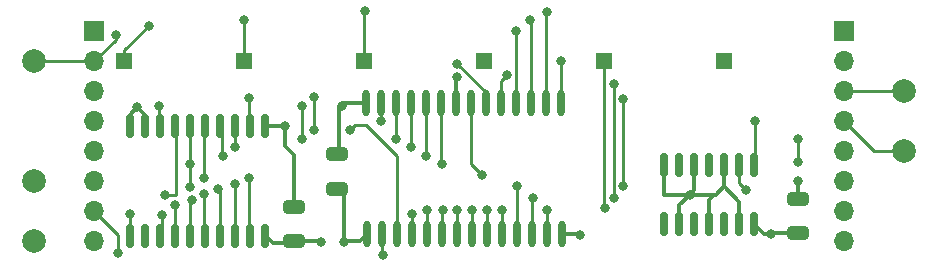
<source format=gtl>
G04 #@! TF.GenerationSoftware,KiCad,Pcbnew,6.0.8-f2edbf62ab~116~ubuntu20.04.1*
G04 #@! TF.CreationDate,2022-10-06T15:54:12+01:00*
G04 #@! TF.ProjectId,slrm,736c726d-2e6b-4696-9361-645f70636258,rev?*
G04 #@! TF.SameCoordinates,Original*
G04 #@! TF.FileFunction,Copper,L1,Top*
G04 #@! TF.FilePolarity,Positive*
%FSLAX46Y46*%
G04 Gerber Fmt 4.6, Leading zero omitted, Abs format (unit mm)*
G04 Created by KiCad (PCBNEW 6.0.8-f2edbf62ab~116~ubuntu20.04.1) date 2022-10-06 15:54:12*
%MOMM*%
%LPD*%
G01*
G04 APERTURE LIST*
G04 Aperture macros list*
%AMRoundRect*
0 Rectangle with rounded corners*
0 $1 Rounding radius*
0 $2 $3 $4 $5 $6 $7 $8 $9 X,Y pos of 4 corners*
0 Add a 4 corners polygon primitive as box body*
4,1,4,$2,$3,$4,$5,$6,$7,$8,$9,$2,$3,0*
0 Add four circle primitives for the rounded corners*
1,1,$1+$1,$2,$3*
1,1,$1+$1,$4,$5*
1,1,$1+$1,$6,$7*
1,1,$1+$1,$8,$9*
0 Add four rect primitives between the rounded corners*
20,1,$1+$1,$2,$3,$4,$5,0*
20,1,$1+$1,$4,$5,$6,$7,0*
20,1,$1+$1,$6,$7,$8,$9,0*
20,1,$1+$1,$8,$9,$2,$3,0*%
G04 Aperture macros list end*
G04 #@! TA.AperFunction,ComponentPad*
%ADD10C,2.000000*%
G04 #@! TD*
G04 #@! TA.AperFunction,ComponentPad*
%ADD11R,1.350000X1.350000*%
G04 #@! TD*
G04 #@! TA.AperFunction,SMDPad,CuDef*
%ADD12O,0.600000X2.250000*%
G04 #@! TD*
G04 #@! TA.AperFunction,ComponentPad*
%ADD13R,1.700000X1.700000*%
G04 #@! TD*
G04 #@! TA.AperFunction,ComponentPad*
%ADD14O,1.700000X1.700000*%
G04 #@! TD*
G04 #@! TA.AperFunction,SMDPad,CuDef*
%ADD15RoundRect,0.250000X0.650000X-0.325000X0.650000X0.325000X-0.650000X0.325000X-0.650000X-0.325000X0*%
G04 #@! TD*
G04 #@! TA.AperFunction,SMDPad,CuDef*
%ADD16RoundRect,0.150000X-0.150000X0.875000X-0.150000X-0.875000X0.150000X-0.875000X0.150000X0.875000X0*%
G04 #@! TD*
G04 #@! TA.AperFunction,SMDPad,CuDef*
%ADD17RoundRect,0.150000X-0.150000X0.825000X-0.150000X-0.825000X0.150000X-0.825000X0.150000X0.825000X0*%
G04 #@! TD*
G04 #@! TA.AperFunction,SMDPad,CuDef*
%ADD18RoundRect,0.250000X-0.650000X0.325000X-0.650000X-0.325000X0.650000X-0.325000X0.650000X0.325000X0*%
G04 #@! TD*
G04 #@! TA.AperFunction,ViaPad*
%ADD19C,0.800000*%
G04 #@! TD*
G04 #@! TA.AperFunction,Conductor*
%ADD20C,0.350000*%
G04 #@! TD*
G04 #@! TA.AperFunction,Conductor*
%ADD21C,0.250000*%
G04 #@! TD*
G04 APERTURE END LIST*
D10*
G04 #@! TO.P,GND,1*
G04 #@! TO.N,GND*
X114300000Y-99060000D03*
G04 #@! TD*
G04 #@! TO.P,RAS,1*
G04 #@! TO.N,ZX_RAS*
X187960000Y-96520000D03*
G04 #@! TD*
G04 #@! TO.P,WR,1*
G04 #@! TO.N,ZX_WRITE*
X187960000Y-91440000D03*
G04 #@! TD*
G04 #@! TO.P,+5V,1*
G04 #@! TO.N,+5V*
X114300000Y-104140000D03*
G04 #@! TD*
G04 #@! TO.P,CAS,1*
G04 #@! TO.N,ZX_CAS*
X114300000Y-88900000D03*
G04 #@! TD*
D11*
G04 #@! TO.P,D6,1,Pin_1*
G04 #@! TO.N,ZX_D6*
X121920000Y-88900000D03*
G04 #@! TD*
G04 #@! TO.P,D2,1,Pin_1*
G04 #@! TO.N,ZX_D2*
X162560000Y-88900000D03*
G04 #@! TD*
G04 #@! TO.P,D4,1,Pin_1*
G04 #@! TO.N,ZX_D4*
X142240000Y-88900000D03*
G04 #@! TD*
D12*
G04 #@! TO.P,SRAM,28,VCC*
G04 #@! TO.N,+5V*
X142433809Y-92450000D03*
G04 #@! TO.P,SRAM,27,~{WE}*
G04 #@! TO.N,ZX_WRITE*
X143703809Y-92450000D03*
G04 #@! TO.P,SRAM,26,A13*
G04 #@! TO.N,ZX_A6*
X144973809Y-92450000D03*
G04 #@! TO.P,SRAM,25,A8*
G04 #@! TO.N,ZX_A1*
X146243809Y-92450000D03*
G04 #@! TO.P,SRAM,24,A9*
G04 #@! TO.N,ZX_A2*
X147513809Y-92450000D03*
G04 #@! TO.P,SRAM,23,A11*
G04 #@! TO.N,ZX_A4*
X148783809Y-92450000D03*
G04 #@! TO.P,SRAM,22,~{OE}*
G04 #@! TO.N,GND*
X150053809Y-92450000D03*
G04 #@! TO.P,SRAM,21,A10*
G04 #@! TO.N,ZX_A3*
X151323809Y-92450000D03*
G04 #@! TO.P,SRAM,20,~{CE}*
G04 #@! TO.N,ZX_CAS*
X152593809Y-92450000D03*
G04 #@! TO.P,SRAM,19,I/O7*
G04 #@! TO.N,ZX_D7*
X153863809Y-92450000D03*
G04 #@! TO.P,SRAM,18,I/O6*
G04 #@! TO.N,ZX_D6*
X155133809Y-92450000D03*
G04 #@! TO.P,SRAM,17,I/O5*
G04 #@! TO.N,ZX_D5*
X156403809Y-92450000D03*
G04 #@! TO.P,SRAM,16,I/O4*
G04 #@! TO.N,ZX_D4*
X157673809Y-92450000D03*
G04 #@! TO.P,SRAM,15,I/O3*
G04 #@! TO.N,ZX_D3*
X158943809Y-92450000D03*
G04 #@! TO.P,SRAM,14,GND*
G04 #@! TO.N,GND*
X159003809Y-103550000D03*
G04 #@! TO.P,SRAM,13,I/O2*
G04 #@! TO.N,ZX_D2*
X157733809Y-103550000D03*
G04 #@! TO.P,SRAM,12,I/O1*
G04 #@! TO.N,ZX_D1*
X156463809Y-103550000D03*
G04 #@! TO.P,SRAM,11,I/O0*
G04 #@! TO.N,ZX_D0*
X155193809Y-103550000D03*
G04 #@! TO.P,SRAM,10,A0*
G04 #@! TO.N,RAS_A0*
X153923809Y-103550000D03*
G04 #@! TO.P,SRAM,9,A1*
G04 #@! TO.N,RAS_A1*
X152653809Y-103550000D03*
G04 #@! TO.P,SRAM,8,A2*
G04 #@! TO.N,RAS_A2*
X151383809Y-103550000D03*
G04 #@! TO.P,SRAM,7,A3*
G04 #@! TO.N,RAS_A3*
X150113809Y-103550000D03*
G04 #@! TO.P,SRAM,6,A4*
G04 #@! TO.N,RAS_A4*
X148843809Y-103550000D03*
G04 #@! TO.P,SRAM,5,A5*
G04 #@! TO.N,RAS_A5*
X147573809Y-103550000D03*
G04 #@! TO.P,SRAM,4,A6*
G04 #@! TO.N,RAS_A6*
X146303809Y-103550000D03*
G04 #@! TO.P,SRAM,3,A7*
G04 #@! TO.N,ZX_A0*
X145033809Y-103550000D03*
G04 #@! TO.P,SRAM,2,A12*
G04 #@! TO.N,ZX_A5*
X143763809Y-103550000D03*
G04 #@! TO.P,SRAM,1,A14*
G04 #@! TO.N,GND*
X142493809Y-103550000D03*
G04 #@! TD*
D13*
G04 #@! TO.P,J1,1,Pin_1*
G04 #@! TO.N,GND*
X119380000Y-86360000D03*
D14*
G04 #@! TO.P,J1,2,Pin_2*
G04 #@! TO.N,ZX_CAS*
X119380000Y-88900000D03*
G04 #@! TO.P,J1,3,Pin_3*
G04 #@! TO.N,ZX_D7*
X119380000Y-91440000D03*
G04 #@! TO.P,J1,4,Pin_4*
G04 #@! TO.N,ZX_A6*
X119380000Y-93980000D03*
G04 #@! TO.P,J1,5,Pin_5*
G04 #@! TO.N,ZX_A3*
X119380000Y-96520000D03*
G04 #@! TO.P,J1,6,Pin_6*
G04 #@! TO.N,ZX_A4*
X119380000Y-99060000D03*
G04 #@! TO.P,J1,7,Pin_7*
G04 #@! TO.N,ZX_A5*
X119380000Y-101600000D03*
G04 #@! TO.P,J1,8,Pin_8*
G04 #@! TO.N,+5V*
X119380000Y-104140000D03*
G04 #@! TD*
D15*
G04 #@! TO.P,C1,1*
G04 #@! TO.N,+5V*
X179000000Y-103475000D03*
G04 #@! TO.P,C1,2*
G04 #@! TO.N,GND*
X179000000Y-100525000D03*
G04 #@! TD*
G04 #@! TO.P,C2,1*
G04 #@! TO.N,+5V*
X136300000Y-104150000D03*
G04 #@! TO.P,C2,2*
G04 #@! TO.N,GND*
X136300000Y-101200000D03*
G04 #@! TD*
D13*
G04 #@! TO.P,J8,1,Pin_1*
G04 #@! TO.N,unconnected-(J8-Pad1)*
X182880000Y-86360000D03*
D14*
G04 #@! TO.P,J8,2,Pin_2*
G04 #@! TO.N,ZX_D0*
X182880000Y-88900000D03*
G04 #@! TO.P,J8,3,Pin_3*
G04 #@! TO.N,ZX_WRITE*
X182880000Y-91440000D03*
G04 #@! TO.P,J8,4,Pin_4*
G04 #@! TO.N,ZX_RAS*
X182880000Y-93980000D03*
G04 #@! TO.P,J8,5,Pin_5*
G04 #@! TO.N,ZX_A0*
X182880000Y-96520000D03*
G04 #@! TO.P,J8,6,Pin_6*
G04 #@! TO.N,ZX_A2*
X182880000Y-99060000D03*
G04 #@! TO.P,J8,7,Pin_7*
G04 #@! TO.N,ZX_A1*
X182880000Y-101600000D03*
G04 #@! TO.P,J8,8,Pin_8*
G04 #@! TO.N,unconnected-(J8-Pad8)*
X182880000Y-104140000D03*
G04 #@! TD*
D11*
G04 #@! TO.P,D5,1,Pin_1*
G04 #@! TO.N,ZX_D5*
X132080000Y-88900000D03*
G04 #@! TD*
G04 #@! TO.P,D1,1,Pin_1*
G04 #@! TO.N,ZX_D1*
X172720000Y-88900000D03*
G04 #@! TD*
D16*
G04 #@! TO.P,LATCH,1,OE*
G04 #@! TO.N,GND*
X133815000Y-94390000D03*
G04 #@! TO.P,LATCH,2,D0*
G04 #@! TO.N,ZX_A0*
X132545000Y-94390000D03*
G04 #@! TO.P,LATCH,3,D1*
G04 #@! TO.N,ZX_A1*
X131275000Y-94390000D03*
G04 #@! TO.P,LATCH,4,D2*
G04 #@! TO.N,ZX_A2*
X130005000Y-94390000D03*
G04 #@! TO.P,LATCH,5,D3*
G04 #@! TO.N,ZX_A3*
X128735000Y-94390000D03*
G04 #@! TO.P,LATCH,6,D4*
G04 #@! TO.N,ZX_A4*
X127465000Y-94390000D03*
G04 #@! TO.P,LATCH,7,D5*
G04 #@! TO.N,ZX_A5*
X126195000Y-94390000D03*
G04 #@! TO.P,LATCH,8,D6*
G04 #@! TO.N,ZX_A6*
X124925000Y-94390000D03*
G04 #@! TO.P,LATCH,9,D7*
G04 #@! TO.N,GND*
X123655000Y-94390000D03*
G04 #@! TO.P,LATCH,10,GND*
X122385000Y-94390000D03*
G04 #@! TO.P,LATCH,11,Cp*
G04 #@! TO.N,RAS_INV*
X122385000Y-103690000D03*
G04 #@! TO.P,LATCH,12,Q7*
G04 #@! TO.N,unconnected-(U2-Pad12)*
X123655000Y-103690000D03*
G04 #@! TO.P,LATCH,13,Q6*
G04 #@! TO.N,RAS_A6*
X124925000Y-103690000D03*
G04 #@! TO.P,LATCH,14,Q5*
G04 #@! TO.N,RAS_A5*
X126195000Y-103690000D03*
G04 #@! TO.P,LATCH,15,Q4*
G04 #@! TO.N,RAS_A4*
X127465000Y-103690000D03*
G04 #@! TO.P,LATCH,16,Q3*
G04 #@! TO.N,RAS_A3*
X128735000Y-103690000D03*
G04 #@! TO.P,LATCH,17,Q2*
G04 #@! TO.N,RAS_A2*
X130005000Y-103690000D03*
G04 #@! TO.P,LATCH,18,Q1*
G04 #@! TO.N,RAS_A1*
X131275000Y-103690000D03*
G04 #@! TO.P,LATCH,19,Q0*
G04 #@! TO.N,RAS_A0*
X132545000Y-103690000D03*
G04 #@! TO.P,LATCH,20,VCC*
G04 #@! TO.N,+5V*
X133815000Y-103690000D03*
G04 #@! TD*
D17*
G04 #@! TO.P,INV,1*
G04 #@! TO.N,ZX_RAS*
X175285000Y-97715000D03*
G04 #@! TO.P,INV,2*
G04 #@! TO.N,RAS_INV*
X174015000Y-97715000D03*
G04 #@! TO.P,INV,3*
G04 #@! TO.N,GND*
X172745000Y-97715000D03*
G04 #@! TO.P,INV,4*
G04 #@! TO.N,unconnected-(U1-Pad4)*
X171475000Y-97715000D03*
G04 #@! TO.P,INV,5*
G04 #@! TO.N,GND*
X170205000Y-97715000D03*
G04 #@! TO.P,INV,6*
G04 #@! TO.N,unconnected-(U1-Pad6)*
X168935000Y-97715000D03*
G04 #@! TO.P,INV,7,GND*
G04 #@! TO.N,GND*
X167665000Y-97715000D03*
G04 #@! TO.P,INV,8*
G04 #@! TO.N,unconnected-(U1-Pad8)*
X167665000Y-102665000D03*
G04 #@! TO.P,INV,9*
G04 #@! TO.N,GND*
X168935000Y-102665000D03*
G04 #@! TO.P,INV,10*
G04 #@! TO.N,unconnected-(U1-Pad10)*
X170205000Y-102665000D03*
G04 #@! TO.P,INV,11*
G04 #@! TO.N,GND*
X171475000Y-102665000D03*
G04 #@! TO.P,INV,12*
G04 #@! TO.N,unconnected-(U1-Pad12)*
X172745000Y-102665000D03*
G04 #@! TO.P,INV,13*
G04 #@! TO.N,GND*
X174015000Y-102665000D03*
G04 #@! TO.P,INV,14,VCC*
G04 #@! TO.N,+5V*
X175285000Y-102665000D03*
G04 #@! TD*
D11*
G04 #@! TO.P,D3,1,Pin_1*
G04 #@! TO.N,ZX_D3*
X152400000Y-88900000D03*
G04 #@! TD*
D18*
G04 #@! TO.P,C3,1*
G04 #@! TO.N,+5V*
X139900000Y-96789583D03*
G04 #@! TO.P,C3,2*
G04 #@! TO.N,GND*
X139900000Y-99739583D03*
G04 #@! TD*
D19*
G04 #@! TO.N,+5V*
X138585685Y-104205946D03*
X176700000Y-103500000D03*
X140350000Y-92650000D03*
G04 #@! TO.N,GND*
X135500000Y-94400000D03*
X179000000Y-99000000D03*
X150100000Y-90200000D03*
X140500000Y-104200000D03*
X123000000Y-92800000D03*
X169800000Y-100200000D03*
X160500000Y-103600000D03*
G04 #@! TO.N,ZX_CAS*
X150100000Y-89100000D03*
X121195500Y-86700000D03*
G04 #@! TO.N,ZX_D7*
X154300000Y-90100000D03*
G04 #@! TO.N,ZX_A6*
X137000000Y-95451000D03*
X144900000Y-95451000D03*
X137000000Y-92700000D03*
X124900000Y-92700000D03*
G04 #@! TO.N,ZX_A3*
X128700000Y-98800000D03*
X152200000Y-98500000D03*
G04 #@! TO.N,ZX_A4*
X127500000Y-97600000D03*
X148800000Y-97575500D03*
X127500000Y-99524500D03*
G04 #@! TO.N,ZX_A5*
X121400000Y-105100000D03*
X125345059Y-100249000D03*
X143800000Y-105300000D03*
G04 #@! TO.N,ZX_D6*
X155100000Y-86300000D03*
X124000000Y-85900000D03*
G04 #@! TO.N,ZX_D5*
X156300000Y-85400000D03*
X132100000Y-85375500D03*
G04 #@! TO.N,ZX_D4*
X157700000Y-84700000D03*
X142300000Y-84675500D03*
G04 #@! TO.N,ZX_D3*
X158900000Y-88900000D03*
G04 #@! TO.N,ZX_D2*
X162600000Y-101300000D03*
X157700000Y-101500000D03*
G04 #@! TO.N,ZX_D1*
X163400000Y-90800000D03*
X156500000Y-100500000D03*
X163400000Y-100500000D03*
G04 #@! TO.N,ZX_D0*
X155200000Y-99500000D03*
X164124500Y-99500000D03*
X164124500Y-92100000D03*
G04 #@! TO.N,ZX_WRITE*
X143700000Y-94000000D03*
G04 #@! TO.N,ZX_RAS*
X175300000Y-94000000D03*
G04 #@! TO.N,ZX_A0*
X138000000Y-91900000D03*
X138000000Y-94726500D03*
X132500000Y-91975500D03*
X141000000Y-94726500D03*
G04 #@! TO.N,ZX_A2*
X130300000Y-96900000D03*
X147500000Y-96925500D03*
G04 #@! TO.N,ZX_A1*
X131300000Y-96175500D03*
X146200000Y-96175500D03*
X179000000Y-97400000D03*
X179000000Y-95450500D03*
G04 #@! TO.N,RAS_INV*
X174600000Y-99800000D03*
X122400000Y-101800000D03*
G04 #@! TO.N,RAS_A6*
X146300000Y-101800000D03*
X125100000Y-101900000D03*
G04 #@! TO.N,RAS_A5*
X126200000Y-101075500D03*
X147600000Y-101500000D03*
G04 #@! TO.N,RAS_A4*
X148900000Y-101500000D03*
X127700000Y-100625500D03*
G04 #@! TO.N,RAS_A3*
X150100000Y-101500000D03*
X128700000Y-100175500D03*
G04 #@! TO.N,RAS_A2*
X129900000Y-99725500D03*
X151400000Y-101500000D03*
G04 #@! TO.N,RAS_A1*
X152600000Y-101500000D03*
X131300000Y-99275500D03*
G04 #@! TO.N,RAS_A0*
X153900000Y-101500000D03*
X132500000Y-98825500D03*
G04 #@! TD*
D20*
G04 #@! TO.N,GND*
X135500000Y-94400000D02*
X135500000Y-96075000D01*
X135500000Y-96075000D02*
X136300000Y-96875000D01*
X142493809Y-103550000D02*
X141903809Y-104140000D01*
X141903809Y-104140000D02*
X140560000Y-104140000D01*
X140560000Y-104140000D02*
X140500000Y-104200000D01*
D21*
G04 #@! TO.N,ZX_RAS*
X182880000Y-93980000D02*
X185420000Y-96520000D01*
X185420000Y-96520000D02*
X187960000Y-96520000D01*
G04 #@! TO.N,ZX_WRITE*
X182880000Y-91440000D02*
X187960000Y-91440000D01*
G04 #@! TO.N,ZX_CAS*
X119380000Y-88900000D02*
X114300000Y-88900000D01*
D20*
G04 #@! TO.N,+5V*
X133815000Y-103690000D02*
X133890000Y-103690000D01*
X176725000Y-103475000D02*
X179000000Y-103475000D01*
X176700000Y-103500000D02*
X176120000Y-103500000D01*
X140121235Y-92878765D02*
X140350000Y-92650000D01*
X176120000Y-103500000D02*
X175285000Y-102665000D01*
X134500000Y-104300000D02*
X136150000Y-104300000D01*
X140350000Y-92650000D02*
X140550000Y-92450000D01*
X133890000Y-103690000D02*
X134500000Y-104300000D01*
X138529739Y-104150000D02*
X138585685Y-104205946D01*
X136300000Y-104150000D02*
X138529739Y-104150000D01*
X140121235Y-96568348D02*
X140121235Y-92878765D01*
X139900000Y-96789583D02*
X140121235Y-96568348D01*
X140550000Y-92450000D02*
X142433809Y-92450000D01*
X176700000Y-103500000D02*
X176725000Y-103475000D01*
G04 #@! TO.N,GND*
X136300000Y-96875000D02*
X136300000Y-101200000D01*
X140500000Y-104200000D02*
X140500000Y-100339583D01*
X167600000Y-100200000D02*
X167600000Y-97780000D01*
X172745000Y-99455000D02*
X172700000Y-99500000D01*
X169800000Y-100200000D02*
X170200000Y-99800000D01*
X159003809Y-103550000D02*
X160450000Y-103550000D01*
X167600000Y-97780000D02*
X167665000Y-97715000D01*
X172700000Y-99500000D02*
X172000000Y-100200000D01*
X171900000Y-100200000D02*
X169800000Y-100200000D01*
X135490000Y-94390000D02*
X135500000Y-94400000D01*
X174015000Y-102665000D02*
X174015000Y-100815000D01*
X140500000Y-100339583D02*
X139900000Y-99739583D01*
X133815000Y-94390000D02*
X135490000Y-94390000D01*
X170200000Y-99800000D02*
X170200000Y-97720000D01*
X160450000Y-103550000D02*
X160500000Y-103600000D01*
X172745000Y-97715000D02*
X172745000Y-99455000D01*
X169800000Y-100200000D02*
X167600000Y-100200000D01*
X171475000Y-102665000D02*
X171475000Y-100625000D01*
X122385000Y-93415000D02*
X123000000Y-92800000D01*
X123655000Y-93455000D02*
X123000000Y-92800000D01*
X168935000Y-101065000D02*
X169800000Y-100200000D01*
X171475000Y-100625000D02*
X171900000Y-100200000D01*
X172000000Y-100200000D02*
X171900000Y-100200000D01*
X168935000Y-102665000D02*
X168935000Y-101065000D01*
X174015000Y-100815000D02*
X172700000Y-99500000D01*
X150053809Y-90246191D02*
X150100000Y-90200000D01*
X150053809Y-92450000D02*
X150053809Y-90246191D01*
X170200000Y-97720000D02*
X170205000Y-97715000D01*
X179000000Y-100525000D02*
X179000000Y-99000000D01*
D21*
G04 #@! TO.N,ZX_CAS*
X150100000Y-89100000D02*
X152600000Y-91600000D01*
X152600000Y-91600000D02*
X152600000Y-92443809D01*
X152600000Y-92443809D02*
X152593809Y-92450000D01*
X121195500Y-86700000D02*
X121195500Y-87084500D01*
X121195500Y-87084500D02*
X119380000Y-88900000D01*
G04 #@! TO.N,ZX_D7*
X154300000Y-90100000D02*
X153863809Y-90536191D01*
X153863809Y-90536191D02*
X153863809Y-92450000D01*
G04 #@! TO.N,ZX_A6*
X124900000Y-92700000D02*
X124900000Y-94365000D01*
X137000000Y-95451000D02*
X137000000Y-92700000D01*
X144973809Y-95377191D02*
X144900000Y-95451000D01*
X124900000Y-94365000D02*
X124925000Y-94390000D01*
X144973809Y-92450000D02*
X144973809Y-95377191D01*
G04 #@! TO.N,ZX_A3*
X151323809Y-97623809D02*
X151323809Y-92450000D01*
X128700000Y-94605000D02*
X128895000Y-94410000D01*
X152200000Y-98500000D02*
X151323809Y-97623809D01*
X128700000Y-98800000D02*
X128700000Y-94605000D01*
G04 #@! TO.N,ZX_A4*
X127500000Y-99100000D02*
X127500000Y-99524500D01*
X148783809Y-97559309D02*
X148783809Y-92450000D01*
X148800000Y-97575500D02*
X148783809Y-97559309D01*
X127500000Y-97600000D02*
X127500000Y-94535000D01*
X127500000Y-97600000D02*
X127500000Y-99100000D01*
G04 #@! TO.N,ZX_A5*
X125394059Y-100200000D02*
X125345059Y-100249000D01*
X126355000Y-94545000D02*
X126300000Y-94600000D01*
X143763809Y-103550000D02*
X143763809Y-104936191D01*
X143763809Y-104936191D02*
X143763809Y-105263809D01*
X126355000Y-94410000D02*
X126355000Y-94545000D01*
X143763809Y-105263809D02*
X143800000Y-105300000D01*
X121400000Y-103620000D02*
X119380000Y-101600000D01*
X121400000Y-105100000D02*
X121400000Y-103620000D01*
X126300000Y-100200000D02*
X125394059Y-100200000D01*
X126300000Y-94600000D02*
X126300000Y-100200000D01*
G04 #@! TO.N,ZX_D6*
X155100000Y-86300000D02*
X155133809Y-86333809D01*
X121920000Y-87980000D02*
X121920000Y-88900000D01*
X124000000Y-85900000D02*
X121920000Y-87980000D01*
X155133809Y-86333809D02*
X155133809Y-92450000D01*
G04 #@! TO.N,ZX_D5*
X132100000Y-85375500D02*
X132080000Y-85395500D01*
X132080000Y-85395500D02*
X132080000Y-88900000D01*
X156403809Y-85503809D02*
X156403809Y-92450000D01*
X156300000Y-85400000D02*
X156403809Y-85503809D01*
G04 #@! TO.N,ZX_D4*
X142300000Y-84675500D02*
X142240000Y-84735500D01*
X157700000Y-84700000D02*
X157673809Y-84726191D01*
X157673809Y-84726191D02*
X157673809Y-92450000D01*
X142240000Y-84735500D02*
X142240000Y-88900000D01*
G04 #@! TO.N,ZX_D3*
X158943809Y-88943809D02*
X158900000Y-88900000D01*
X158943809Y-92450000D02*
X158943809Y-88943809D01*
G04 #@! TO.N,ZX_D2*
X162560000Y-101260000D02*
X162560000Y-88900000D01*
X162600000Y-101300000D02*
X162560000Y-101260000D01*
X157733809Y-103550000D02*
X157733809Y-101533809D01*
X157733809Y-101533809D02*
X157700000Y-101500000D01*
G04 #@! TO.N,ZX_D1*
X156463809Y-100536191D02*
X156463809Y-103550000D01*
X163400000Y-100500000D02*
X163400000Y-90800000D01*
X156500000Y-100500000D02*
X156463809Y-100536191D01*
G04 #@! TO.N,ZX_D0*
X155193809Y-99506191D02*
X155193809Y-103550000D01*
X164124500Y-99500000D02*
X164124500Y-92100000D01*
X155200000Y-99500000D02*
X155193809Y-99506191D01*
G04 #@! TO.N,ZX_WRITE*
X143700000Y-94000000D02*
X143700000Y-92453809D01*
G04 #@! TO.N,ZX_RAS*
X175300000Y-97700000D02*
X175285000Y-97715000D01*
X175300000Y-94000000D02*
X175300000Y-97700000D01*
G04 #@! TO.N,ZX_A0*
X141426500Y-94300000D02*
X141000000Y-94726500D01*
X145033809Y-96933809D02*
X142400000Y-94300000D01*
X142400000Y-94300000D02*
X141426500Y-94300000D01*
X138000000Y-94726500D02*
X138000000Y-91900000D01*
X132500000Y-94345000D02*
X132545000Y-94390000D01*
X132500000Y-91975500D02*
X132500000Y-94345000D01*
X145033809Y-103550000D02*
X145033809Y-96933809D01*
G04 #@! TO.N,ZX_A2*
X130165000Y-94410000D02*
X130165000Y-97165000D01*
X147513809Y-96911691D02*
X147513809Y-92450000D01*
X147500000Y-96925500D02*
X147513809Y-96911691D01*
G04 #@! TO.N,ZX_A1*
X179000000Y-97400000D02*
X179000000Y-95450500D01*
X131300000Y-96175500D02*
X131300000Y-94415000D01*
X146200000Y-96175500D02*
X146243809Y-96131691D01*
X131300000Y-94415000D02*
X131275000Y-94390000D01*
X146243809Y-96131691D02*
X146243809Y-92450000D01*
G04 #@! TO.N,RAS_INV*
X122385000Y-103690000D02*
X122385000Y-101815000D01*
X174015000Y-97715000D02*
X174015000Y-99215000D01*
X122385000Y-101815000D02*
X122400000Y-101800000D01*
X174015000Y-99215000D02*
X174600000Y-99800000D01*
G04 #@! TO.N,RAS_A6*
X125100000Y-101900000D02*
X125100000Y-103515000D01*
X125100000Y-103515000D02*
X124925000Y-103690000D01*
X146303809Y-103550000D02*
X146303809Y-101803809D01*
X146303809Y-101803809D02*
X146300000Y-101800000D01*
G04 #@! TO.N,RAS_A5*
X147573809Y-101526191D02*
X147573809Y-103550000D01*
X147600000Y-101500000D02*
X147573809Y-101526191D01*
X126200000Y-101075500D02*
X126200000Y-103685000D01*
X126200000Y-103685000D02*
X126195000Y-103690000D01*
G04 #@! TO.N,RAS_A4*
X148843809Y-101556191D02*
X148843809Y-103550000D01*
X127500000Y-103655000D02*
X127465000Y-103690000D01*
X127700000Y-100625500D02*
X127500000Y-100825500D01*
X148900000Y-101500000D02*
X148843809Y-101556191D01*
X127500000Y-100825500D02*
X127500000Y-103655000D01*
G04 #@! TO.N,RAS_A3*
X128700000Y-100175500D02*
X128700000Y-103655000D01*
X150113809Y-101513809D02*
X150113809Y-103550000D01*
X128700000Y-103655000D02*
X128735000Y-103690000D01*
X150100000Y-101500000D02*
X150113809Y-101513809D01*
G04 #@! TO.N,RAS_A2*
X129900000Y-99725500D02*
X130000000Y-99825500D01*
X130000000Y-103685000D02*
X130005000Y-103690000D01*
X151383809Y-103516191D02*
X151383809Y-103550000D01*
X151400000Y-103500000D02*
X151383809Y-103516191D01*
X151400000Y-101500000D02*
X151400000Y-103500000D01*
X130000000Y-99825500D02*
X130000000Y-103685000D01*
G04 #@! TO.N,RAS_A1*
X131300000Y-103665000D02*
X131275000Y-103690000D01*
X131300000Y-99275500D02*
X131300000Y-103665000D01*
X152600000Y-101500000D02*
X152653809Y-101553809D01*
X152653809Y-101553809D02*
X152653809Y-103550000D01*
G04 #@! TO.N,RAS_A0*
X132500000Y-103645000D02*
X132545000Y-103690000D01*
X153923809Y-101523809D02*
X153923809Y-103550000D01*
X153900000Y-101500000D02*
X153923809Y-101523809D01*
X132500000Y-98825500D02*
X132500000Y-103645000D01*
G04 #@! TD*
M02*

</source>
